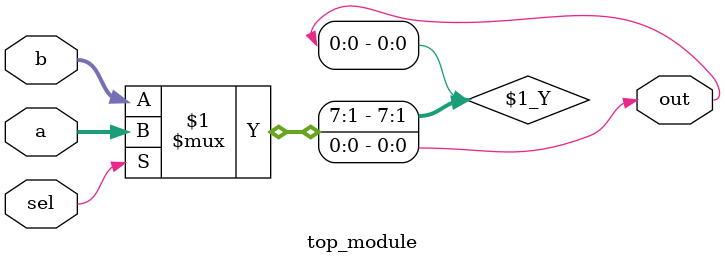
<source format=v>
module top_module (
    input sel,
    input [7:0] a,
    input [7:0] b,
    output out  );

    assign out = sel ? a : b;

endmodule

</source>
